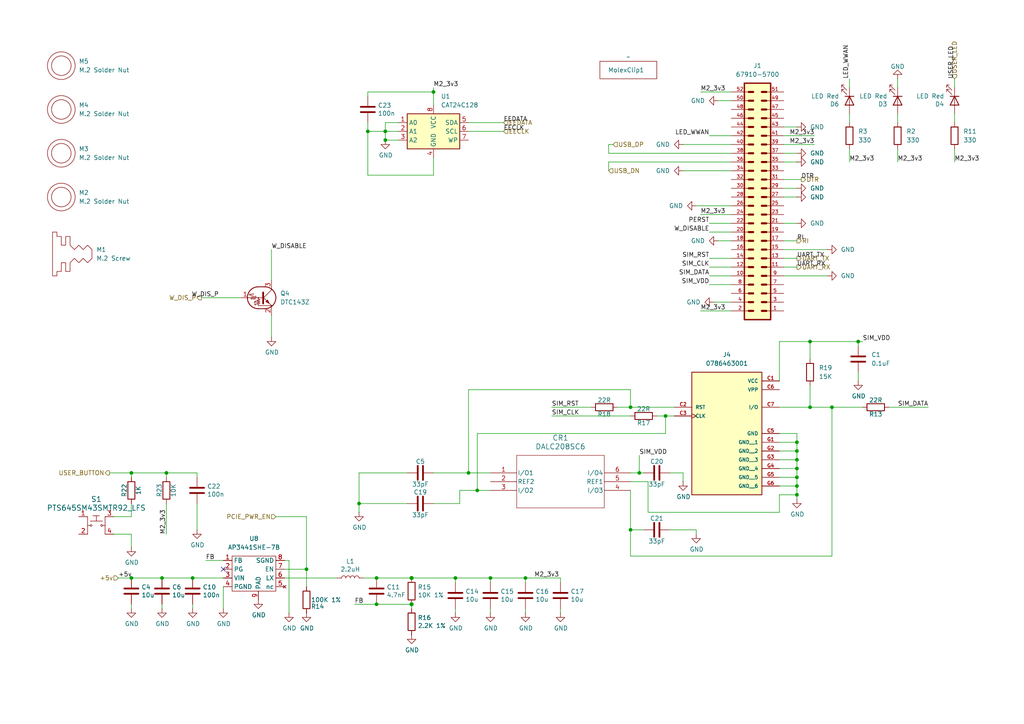
<source format=kicad_sch>
(kicad_sch (version 20250114) (generator "eeschema") (generator_version "9.0")
  (paper "A4")
  (title_block (title "Compute Module 5 IO Board ") (rev "1") (company "E-SMART SOLUTIONS") (comment 1 "Mostafa Bakir"))
  (lib_symbols
    (symbol "0786463001:0786463001" (pin_names (offset 1.016))
      (property "Reference" "J" (at -10.16 10.922 0))
      (property "Value" "0786463001" (at -10.16 -27.94 0))
      (symbol "0786463001_0_0"
        (pin input line (at -15.24 0 0) (length 5.08) (name "RST") (number "C2"))
        (pin input clock (at -15.24 -2.54 0) (length 5.08) (name "CLK") (number "C3"))
        (pin power_in line (at 15.24 7.62 180) (length 5.08) (name "VCC") (number "C1"))
        (pin power_in line (at 15.24 5.08 180) (length 5.08) (name "VPP") (number "C6"))
        (pin bidirectional line (at 15.24 0 180) (length 5.08) (name "I/O") (number "C7"))
        (pin power_in line (at 15.24 -7.62 180) (length 5.08) (name "GND") (number "C5"))
        (pin power_in line (at 15.24 -10.16 180) (length 5.08) (name "GND__1") (number "G1"))
        (pin power_in line (at 15.24 -12.7 180) (length 5.08) (name "GND__2") (number "G2"))
        (pin power_in line (at 15.24 -15.24 180) (length 5.08) (name "GND__3") (number "G3"))
        (pin power_in line (at 15.24 -17.78 180) (length 5.08) (name "GND__4") (number "G4"))
        (pin power_in line (at 15.24 -20.32 180) (length 5.08) (name "GND__5") (number "G5"))
        (pin power_in line (at 15.24 -22.86 180) (length 5.08) (name "GND__6") (number "G6"))
      )
    )
    (symbol "2025-04-18_20-29-10:DALC208SC6" (pin_names (offset 0.254))
      (property "Reference" "CR" (at 20.32 10.16 0))
      (property "Value" "DALC208SC6" (at 20.32 7.62 0))
      (symbol "DALC208SC6_0_1"
        (pin bidirectional line (at 0 0 0) (length 7.62) (name "I/O1") (number "1"))
        (pin unspecified line (at 0 -2.54 0) (length 7.62) (name "REF2") (number "2"))
        (pin bidirectional line (at 0 -5.08 0) (length 7.62) (name "I/O2") (number "3"))
        (pin bidirectional line (at 40.64 0 180) (length 7.62) (name "I/O4") (number "6"))
        (pin unspecified line (at 40.64 -2.54 180) (length 7.62) (name "REF1") (number "5"))
        (pin bidirectional line (at 40.64 -5.08 180) (length 7.62) (name "I/O3") (number "4"))
      )
    )
    (symbol "67910-5700:67910-5700" (pin_names (offset 1.016))
      (property "Reference" "J" (at -3.8196 33.867 0))
      (property "Value" "67910-5700" (at -3.8156 -38.1558 0))
      (symbol "67910-5700_0_0"
        (pin passive line (at -7.62 30.48 0) (length 5.08) (name "~") (number "52"))
        (pin passive line (at -7.62 27.94 0) (length 5.08) (name "~") (number "50"))
        (pin passive line (at -7.62 25.4 0) (length 5.08) (name "~") (number "48"))
        (pin passive line (at -7.62 22.86 0) (length 5.08) (name "~") (number "46"))
        (pin passive line (at -7.62 20.32 0) (length 5.08) (name "~") (number "44"))
        (pin passive line (at -7.62 17.78 0) (length 5.08) (name "~") (number "42"))
        (pin passive line (at -7.62 15.24 0) (length 5.08) (name "~") (number "40"))
        (pin passive line (at -7.62 12.7 0) (length 5.08) (name "~") (number "38"))
        (pin passive line (at -7.62 10.16 0) (length 5.08) (name "~") (number "36"))
        (pin passive line (at -7.62 7.62 0) (length 5.08) (name "~") (number "34"))
        (pin passive line (at -7.62 5.08 0) (length 5.08) (name "~") (number "32"))
        (pin passive line (at -7.62 2.54 0) (length 5.08) (name "~") (number "30"))
        (pin passive line (at -7.62 0 0) (length 5.08) (name "~") (number "28"))
        (pin passive line (at -7.62 -2.54 0) (length 5.08) (name "~") (number "26"))
        (pin passive line (at -7.62 -5.08 0) (length 5.08) (name "~") (number "24"))
        (pin passive line (at -7.62 -7.62 0) (length 5.08) (name "~") (number "22"))
        (pin passive line (at -7.62 -10.16 0) (length 5.08) (name "~") (number "20"))
        (pin passive line (at -7.62 -12.7 0) (length 5.08) (name "~") (number "18"))
        (pin passive line (at -7.62 -15.24 0) (length 5.08) (name "~") (number "16"))
        (pin passive line (at -7.62 -17.78 0) (length 5.08) (name "~") (number "14"))
        (pin passive line (at -7.62 -20.32 0) (length 5.08) (name "~") (number "12"))
        (pin passive line (at -7.62 -22.86 0) (length 5.08) (name "~") (number "10"))
        (pin passive line (at -7.62 -25.4 0) (length 5.08) (name "~") (number "8"))
        (pin passive line (at -7.62 -27.94 0) (length 5.08) (name "~") (number "6"))
        (pin passive line (at -7.62 -30.48 0) (length 5.08) (name "~") (number "4"))
        (pin passive line (at -7.62 -33.02 0) (length 5.08) (name "~") (number "2"))
        (pin passive line (at 7.62 30.48 180) (length 5.08) (name "~") (number "51"))
        (pin passive line (at 7.62 27.94 180) (length 5.08) (name "~") (number "49"))
        (pin passive line (at 7.62 25.4 180) (length 5.08) (name "~") (number "47"))
        (pin passive line (at 7.62 22.86 180) (length 5.08) (name "~") (number "45"))
        (pin passive line (at 7.62 20.32 180) (length 5.08) (name "~") (number "43"))
        (pin passive line (at 7.62 17.78 180) (length 5.08) (name "~") (number "41"))
        (pin passive line (at 7.62 15.24 180) (length 5.08) (name "~") (number "39"))
        (pin passive line (at 7.62 12.7 180) (length 5.08) (name "~") (number "37"))
        (pin passive line (at 7.62 10.16 180) (length 5.08) (name "~") (number "35"))
        (pin passive line (at 7.62 7.62 180) (length 5.08) (name "~") (number "33"))
        (pin passive line (at 7.62 5.08 180) (length 5.08) (name "~") (number "31"))
        (pin passive line (at 7.62 2.54 180) (length 5.08) (name "~") (number "29"))
        (pin passive line (at 7.62 0 180) (length 5.08) (name "~") (number "27"))
        (pin passive line (at 7.62 -2.54 180) (length 5.08) (name "~") (number "25"))
        (pin passive line (at 7.62 -5.08 180) (length 5.08) (name "~") (number "23"))
        (pin passive line (at 7.62 -7.62 180) (length 5.08) (name "~") (number "21"))
        (pin passive line (at 7.62 -10.16 180) (length 5.08) (name "~") (number "19"))
        (pin passive line (at 7.62 -12.7 180) (length 5.08) (name "~") (number "17"))
        (pin passive line (at 7.62 -15.24 180) (length 5.08) (name "~") (number "15"))
        (pin passive line (at 7.62 -17.78 180) (length 5.08) (name "~") (number "13"))
        (pin passive line (at 7.62 -20.32 180) (length 5.08) (name "~") (number "11"))
        (pin passive line (at 7.62 -22.86 180) (length 5.08) (name "~") (number "9"))
        (pin passive line (at 7.62 -25.4 180) (length 5.08) (name "~") (number "7"))
        (pin passive line (at 7.62 -27.94 180) (length 5.08) (name "~") (number "5"))
        (pin passive line (at 7.62 -30.48 180) (length 5.08) (name "~") (number "3"))
        (pin passive line (at 7.62 -33.02 180) (length 5.08) (name "~") (number "1"))
      )
    )
    (symbol "CM5IO:AP3441SHE-7B"
      (property "Reference" "U" (at -6.35 10.16 0))
      (property "Value" "AP3441SHE-7B" (at 0 7.62 0))
      (symbol "AP3441SHE-7B_1_1"
        (pin passive line (at -8.89 5.08 0) (length 2.54) (name "FB") (number "1"))
        (pin open_collector line (at -8.89 2.54 0) (length 2.54) (name "PG") (number "2"))
        (pin power_in line (at -8.89 0 0) (length 2.54) (name "VIN") (number "3"))
        (pin power_in line (at -8.89 -2.54 0) (length 2.54) (name "PGND") (number "4"))
        (pin input line (at 1.27 -6.35 90) (length 2.54) (name "PAD") (number "9"))
        (pin power_in line (at 8.89 5.08 180) (length 2.54) (name "SGND") (number "8"))
        (pin input line (at 8.89 2.54 180) (length 2.54) (name "EN") (number "7"))
        (pin power_out line (at 8.89 0 180) (length 2.54) (name "LX") (number "6"))
        (pin no_connect line (at 8.89 -2.54 180) (length 2.54) (name "nc") (number "5"))
      )
    )
    (symbol "CM5IO:M.2_Screw" (pin_numbers (hide yes)) (pin_names (offset 0) (hide yes)) (on_board no)
      (property "Reference" "M" (at -0.254 -6.35 0))
      (property "Value" "M.2 Screw" (at 0.254 -8.636 0))
    )
    (symbol "CM5IO:SolderNut" (pin_numbers (hide yes)) (pin_names (offset 0) (hide yes)) (exclude_from_sim yes) (on_board no)
      (property "Reference" "M" (at -6.35 -3.556 0))
      (property "Value" "M.2 Solder Nut" (at 0.254 -5.842 0))
    )
    (symbol "Device:C" (pin_numbers (hide yes)) (pin_names (offset 0.254))
      (property "Reference" "C" (at 0.635 2.54 0))
      (property "Value" "C" (at 0.635 -2.54 0))
      (symbol "C_1_1"
        (pin passive line (at 0 3.81 270) (length 2.794) (name "~") (number "1"))
        (pin passive line (at 0 -3.81 90) (length 2.794) (name "~") (number "2"))
      )
    )
    (symbol "Device:L" (pin_numbers (hide yes)) (pin_names (offset 1.016) (hide yes))
      (property "Reference" "L" (at -1.27 0 90))
      (property "Value" "L" (at 1.905 0 90))
      (symbol "L_1_1"
        (pin passive line (at 0 3.81 270) (length 1.27) (name "1") (number "1"))
        (pin passive line (at 0 -3.81 90) (length 1.27) (name "2") (number "2"))
      )
    )
    (symbol "Device:R" (pin_numbers (hide yes)) (pin_names (offset 0))
      (property "Reference" "R" (at 2.032 0 90))
      (property "Value" "R" (at 0 0 90))
      (symbol "R_1_1"
        (pin passive line (at 0 3.81 270) (length 1.27) (name "~") (number "1"))
        (pin passive line (at 0 -3.81 90) (length 1.27) (name "~") (number "2"))
      )
    )
    (symbol "Interface:C492353"
      (property "Reference" "MolexClip" (at 0 0 0))
    )
    (symbol "LED_1" (pin_numbers (hide yes)) (pin_names (offset 1.016) (hide yes))
      (property "Reference" "D" (at 0 2.54 0))
      (property "Value" "LED" (at 0 -2.54 0))
      (symbol "LED_1_1_1"
        (pin passive line (at -3.81 0 0) (length 2.54) (name "K") (number "1"))
        (pin passive line (at 3.81 0 180) (length 2.54) (name "A") (number "2"))
      )
    )
    (symbol "Memory_EEPROM:CAT24C128"
      (property "Reference" "U" (at -6.35 6.35 0))
      (property "Value" "CAT24C128" (at 1.27 6.35 0))
      (symbol "CAT24C128_1_1"
        (pin input line (at -10.16 2.54 0) (length 2.54) (name "A0") (number "1"))
        (pin input line (at -10.16 0 0) (length 2.54) (name "A1") (number "2"))
        (pin input line (at -10.16 -2.54 0) (length 2.54) (name "A2") (number "3"))
        (pin power_in line (at 0 7.62 270) (length 2.54) (name "VCC") (number "8"))
        (pin power_in line (at 0 -7.62 90) (length 2.54) (name "GND") (number "4"))
        (pin bidirectional line (at 10.16 2.54 180) (length 2.54) (name "SDA") (number "5"))
        (pin input line (at 10.16 0 180) (length 2.54) (name "SCL") (number "6"))
        (pin input line (at 10.16 -2.54 180) (length 2.54) (name "WP") (number "7"))
      )
    )
    (symbol "Transistor_BJT:DTC143Z" (pin_names (offset 0) (hide yes))
      (property "Reference" "Q" (at 5.08 1.905 0))
      (property "Value" "DTC143Z" (at 5.08 0 0))
      (symbol "DTC143Z_0_0"
        (text "4k7" (at -3.302 0.889 0) (effects (font (size 0.508 0.508))))
        (text "47k" (at -2.159 -1.524 900) (effects (font (size 0.508 0.508))))
      )
      (symbol "DTC143Z_1_1"
        (pin input line (at -6.35 0 0) (length 2.54) (name "B") (number "1"))
        (pin passive line (at 2.54 5.08 270) (length 2.54) (name "C") (number "3"))
        (pin passive line (at 2.54 -5.08 90) (length 2.54) (name "E") (number "2"))
      )
    )
    (symbol "dk_Tactile-Switches:PTS645SM43SMTR92_LFS" (pin_names (offset 1.016))
      (property "Reference" "S" (at 0 5.08 0))
      (property "Value" "PTS645SM43SMTR92_LFS" (at 0 -5.334 0))
      (symbol "PTS645SM43SMTR92_LFS_1_1"
        (pin passive line (at -5.08 2.54 0) (length 2.54) (name "~") (number "1"))
        (pin passive line (at -5.08 -2.54 0) (length 2.54) (name "~") (number "2"))
        (pin passive line (at 5.08 2.54 180) (length 2.54) (name "~") (number "3"))
        (pin passive line (at 5.08 -2.54 180) (length 2.54) (name "~") (number "4"))
      )
    )
    (symbol "power:GND" (power) (pin_numbers (hide yes)) (pin_names (offset 0) (hide yes))
      (property "Value" "GND" (at 0 -3.81 0))
      (symbol "GND_1_1"
        (pin power_in line (at 0 0 270) (length 0) (name "~") (number "1"))
      )
    )
  )
  (junction (at 231.14 140.97))
  (junction (at 231.14 143.51))
  (junction (at 234.95 99.06))
  (junction (at 55.88 167.64))
  (junction (at 119.38 175.26) (diameter 1.016))
  (junction (at 193.04 120.65))
  (junction (at 38.1 137.16))
  (junction (at 135.89 137.16))
  (junction (at 125.73 26.67))
  (junction (at 104.14 146.05))
  (junction (at 109.22 167.64))
  (junction (at 46.99 167.64))
  (junction (at 132.08 167.64))
  (junction (at 88.9 165.1))
  (junction (at 38.1 167.64))
  (junction (at 142.24 167.64))
  (junction (at 231.14 133.35))
  (junction (at 241.3 118.11))
  (junction (at 138.43 142.24))
  (junction (at 231.14 135.89))
  (junction (at 182.88 118.11))
  (junction (at 185.42 137.16))
  (junction (at 109.22 175.26))
  (junction (at 248.92 99.06))
  (junction (at 106.68 38.1))
  (junction (at 182.88 153.67))
  (junction (at 234.95 118.11))
  (junction (at 111.76 38.1))
  (junction (at 48.26 137.16))
  (junction (at 152.4 167.64))
  (junction (at 231.14 128.27))
  (junction (at 119.38 167.64) (diameter 1.016))
  (junction (at 231.14 138.43))
  (junction (at 231.14 130.81))
  (junction (at 111.76 40.64))
  (no_connect (at 64.77 165.1))
  (wire (pts (xy 227.33 44.45) (xy 231.14 44.45)))
  (wire (pts (xy 241.3 118.11) (xy 250.19 118.11)))
  (wire (pts (xy 160.02 120.65) (xy 182.88 120.65)))
  (wire (pts (xy 135.89 113.03) (xy 135.89 137.16)))
  (wire (pts (xy 276.86 43.18) (xy 276.86 46.99)))
  (wire (pts (xy 105.41 167.64) (xy 109.22 167.64)))
  (wire (pts (xy 125.73 26.67) (xy 125.73 30.48)))
  (wire (pts (xy 227.33 46.99) (xy 231.14 46.99)))
  (wire (pts (xy 48.26 146.05) (xy 48.26 154.94)))
  (wire (pts (xy 109.22 167.64) (xy 119.38 167.64)))
  (wire (pts (xy 205.74 74.93) (xy 212.09 74.93)))
  (wire (pts (xy 248.92 107.95) (xy 248.92 110.49)))
  (wire (pts (xy 198.12 137.16) (xy 198.12 139.7)))
  (wire (pts (xy 231.14 133.35) (xy 231.14 135.89)))
  (wire (pts (xy 142.24 167.64) (xy 152.4 167.64)))
  (wire (pts (xy 88.9 165.1) (xy 88.9 170.18)))
  (wire (pts (xy 152.4 167.64) (xy 162.56 167.64)))
  (wire (pts (xy 257.81 118.11) (xy 269.24 118.11)))
  (wire (pts (xy 38.1 154.94) (xy 38.1 158.75)))
  (wire (pts (xy 227.33 77.47) (xy 231.14 77.47)))
  (wire (pts (xy 111.76 35.56) (xy 111.76 38.1)))
  (wire (pts (xy 59.69 162.56) (xy 64.77 162.56)))
  (wire (pts (xy 177.8 41.91) (xy 176.53 41.91)))
  (wire (pts (xy 241.3 118.11) (xy 241.3 161.29)))
  (wire (pts (xy 236.22 41.91) (xy 227.33 41.91)))
  (wire (pts (xy 234.95 99.06) (xy 234.95 104.14)))
  (wire (pts (xy 78.74 91.44) (xy 78.74 97.79)))
  (wire (pts (xy 111.76 40.64) (xy 115.57 40.64)))
  (wire (pts (xy 55.88 175.26) (xy 55.88 176.53)))
  (wire (pts (xy 194.31 153.67) (xy 201.93 153.67)))
  (wire (pts (xy 227.33 80.01) (xy 240.03 80.01)))
  (wire (pts (xy 48.26 137.16) (xy 48.26 138.43)))
  (wire (pts (xy 208.28 69.85) (xy 212.09 69.85)))
  (wire (pts (xy 57.15 137.16) (xy 57.15 138.43)))
  (wire (pts (xy 176.53 41.91) (xy 176.53 44.45)))
  (wire (pts (xy 226.06 99.06) (xy 234.95 99.06)))
  (wire (pts (xy 46.99 167.64) (xy 55.88 167.64)))
  (wire (pts (xy 227.33 36.83) (xy 231.14 36.83)))
  (wire (pts (xy 205.74 80.01) (xy 212.09 80.01)))
  (wire (pts (xy 160.02 118.11) (xy 171.45 118.11)))
  (wire (pts (xy 82.55 165.1) (xy 88.9 165.1)))
  (wire (pts (xy 194.31 137.16) (xy 198.12 137.16)))
  (wire (pts (xy 132.08 167.64) (xy 142.24 167.64)))
  (wire (pts (xy 236.22 39.37) (xy 227.33 39.37)))
  (wire (pts (xy 176.53 44.45) (xy 212.09 44.45)))
  (wire (pts (xy 207.01 87.63) (xy 212.09 87.63)))
  (wire (pts (xy 231.14 143.51) (xy 231.14 144.78)))
  (wire (pts (xy 227.33 54.61) (xy 231.14 54.61)))
  (wire (pts (xy 34.29 167.64) (xy 38.1 167.64)))
  (wire (pts (xy 226.06 133.35) (xy 231.14 133.35)))
  (wire (pts (xy 133.35 142.24) (xy 133.35 146.05)))
  (wire (pts (xy 152.4 167.64) (xy 152.4 168.91)))
  (wire (pts (xy 227.33 69.85) (xy 231.14 69.85)))
  (wire (pts (xy 125.73 50.8) (xy 106.68 50.8)))
  (wire (pts (xy 226.06 138.43) (xy 231.14 138.43)))
  (wire (pts (xy 182.88 113.03) (xy 135.89 113.03)))
  (wire (pts (xy 106.68 38.1) (xy 111.76 38.1)))
  (wire (pts (xy 208.28 29.21) (xy 212.09 29.21)))
  (wire (pts (xy 227.33 57.15) (xy 231.14 57.15)))
  (wire (pts (xy 119.38 167.64) (xy 132.08 167.64)))
  (wire (pts (xy 152.4 176.53) (xy 152.4 177.8)))
  (wire (pts (xy 125.73 26.67) (xy 106.68 26.67)))
  (wire (pts (xy 187.96 148.59) (xy 226.06 148.59)))
  (wire (pts (xy 133.35 146.05) (xy 125.73 146.05)))
  (wire (pts (xy 104.14 137.16) (xy 104.14 146.05)))
  (wire (pts (xy 203.2 90.17) (xy 212.09 90.17)))
  (wire (pts (xy 231.14 138.43) (xy 231.14 140.97)))
  (wire (pts (xy 78.74 72.39) (xy 78.74 81.28)))
  (wire (pts (xy 246.38 43.18) (xy 246.38 46.99)))
  (wire (pts (xy 125.73 45.72) (xy 125.73 50.8)))
  (wire (pts (xy 82.55 167.64) (xy 97.79 167.64)))
  (wire (pts (xy 104.14 146.05) (xy 118.11 146.05)))
  (wire (pts (xy 276.86 33.02) (xy 276.86 35.56)))
  (wire (pts (xy 182.88 137.16) (xy 185.42 137.16)))
  (wire (pts (xy 176.53 46.99) (xy 176.53 49.53)))
  (wire (pts (xy 135.89 137.16) (xy 142.24 137.16)))
  (wire (pts (xy 182.88 142.24) (xy 182.88 153.67)))
  (wire (pts (xy 38.1 149.86) (xy 33.02 149.86)))
  (wire (pts (xy 31.75 137.16) (xy 38.1 137.16)))
  (wire (pts (xy 135.89 35.56) (xy 146.05 35.56)))
  (wire (pts (xy 38.1 137.16) (xy 48.26 137.16)))
  (wire (pts (xy 231.14 135.89) (xy 231.14 138.43)))
  (wire (pts (xy 138.43 142.24) (xy 138.43 125.73)))
  (wire (pts (xy 226.06 128.27) (xy 231.14 128.27)))
  (wire (pts (xy 106.68 26.67) (xy 106.68 27.94)))
  (wire (pts (xy 182.88 139.7) (xy 187.96 139.7)))
  (wire (pts (xy 205.74 39.37) (xy 212.09 39.37)))
  (wire (pts (xy 111.76 38.1) (xy 115.57 38.1)))
  (wire (pts (xy 260.35 43.18) (xy 260.35 46.99)))
  (wire (pts (xy 205.74 67.31) (xy 212.09 67.31)))
  (wire (pts (xy 241.3 161.29) (xy 182.88 161.29)))
  (wire (pts (xy 55.88 167.64) (xy 64.77 167.64)))
  (wire (pts (xy 182.88 161.29) (xy 182.88 153.67)))
  (wire (pts (xy 276.86 22.86) (xy 276.86 25.4)))
  (wire (pts (xy 185.42 132.08) (xy 185.42 137.16)))
  (wire (pts (xy 231.14 130.81) (xy 231.14 133.35)))
  (wire (pts (xy 234.95 111.76) (xy 234.95 118.11)))
  (wire (pts (xy 227.33 74.93) (xy 231.14 74.93)))
  (wire (pts (xy 226.06 135.89) (xy 231.14 135.89)))
  (wire (pts (xy 135.89 38.1) (xy 146.05 38.1)))
  (wire (pts (xy 88.9 149.86) (xy 88.9 165.1)))
  (wire (pts (xy 125.73 137.16) (xy 135.89 137.16)))
  (wire (pts (xy 109.22 175.26) (xy 119.38 175.26)))
  (wire (pts (xy 106.68 50.8) (xy 106.68 38.1)))
  (wire (pts (xy 182.88 118.11) (xy 182.88 113.03)))
  (wire (pts (xy 231.14 125.73) (xy 231.14 128.27)))
  (wire (pts (xy 226.06 118.11) (xy 234.95 118.11)))
  (wire (pts (xy 38.1 175.26) (xy 38.1 176.53)))
  (wire (pts (xy 227.33 52.07) (xy 232.41 52.07)))
  (wire (pts (xy 226.06 143.51) (xy 231.14 143.51)))
  (wire (pts (xy 132.08 168.91) (xy 132.08 167.64)))
  (wire (pts (xy 104.14 148.59) (xy 104.14 146.05)))
  (wire (pts (xy 227.33 72.39) (xy 240.03 72.39)))
  (wire (pts (xy 38.1 137.16) (xy 38.1 138.43)))
  (wire (pts (xy 115.57 35.56) (xy 111.76 35.56)))
  (wire (pts (xy 57.15 146.05) (xy 57.15 153.67)))
  (wire (pts (xy 187.96 139.7) (xy 187.96 148.59)))
  (wire (pts (xy 190.5 120.65) (xy 193.04 120.65)))
  (wire (pts (xy 231.14 140.97) (xy 231.14 143.51)))
  (wire (pts (xy 58.42 86.36) (xy 69.85 86.36)))
  (wire (pts (xy 118.11 137.16) (xy 104.14 137.16)))
  (wire (pts (xy 201.93 153.67) (xy 201.93 154.94)))
  (wire (pts (xy 82.55 162.56) (xy 83.82 162.56)))
  (wire (pts (xy 106.68 35.56) (xy 106.68 38.1)))
  (wire (pts (xy 176.53 46.99) (xy 212.09 46.99)))
  (wire (pts (xy 193.04 120.65) (xy 193.04 125.73)))
  (wire (pts (xy 179.07 118.11) (xy 182.88 118.11)))
  (wire (pts (xy 231.14 128.27) (xy 231.14 130.81)))
  (wire (pts (xy 226.06 125.73) (xy 231.14 125.73)))
  (wire (pts (xy 260.35 22.86) (xy 260.35 25.4)))
  (wire (pts (xy 33.02 154.94) (xy 38.1 154.94)))
  (wire (pts (xy 38.1 167.64) (xy 46.99 167.64)))
  (wire (pts (xy 125.73 25.4) (xy 125.73 26.67)))
  (wire (pts (xy 234.95 118.11) (xy 241.3 118.11)))
  (wire (pts (xy 182.88 153.67) (xy 186.69 153.67)))
  (wire (pts (xy 227.33 64.77) (xy 231.14 64.77)))
  (wire (pts (xy 226.06 148.59) (xy 226.06 143.51)))
  (wire (pts (xy 234.95 99.06) (xy 248.92 99.06)))
  (wire (pts (xy 142.24 167.64) (xy 142.24 168.91)))
  (wire (pts (xy 80.01 149.86) (xy 88.9 149.86)))
  (wire (pts (xy 142.24 142.24) (xy 138.43 142.24)))
  (wire (pts (xy 46.99 175.26) (xy 46.99 176.53)))
  (wire (pts (xy 185.42 137.16) (xy 186.69 137.16)))
  (wire (pts (xy 248.92 99.06) (xy 248.92 100.33)))
  (wire (pts (xy 132.08 177.8) (xy 132.08 176.53)))
  (wire (pts (xy 205.74 77.47) (xy 212.09 77.47)))
  (wire (pts (xy 162.56 176.53) (xy 162.56 177.8)))
  (wire (pts (xy 138.43 142.24) (xy 133.35 142.24)))
  (wire (pts (xy 64.77 176.53) (xy 64.77 170.18)))
  (wire (pts (xy 182.88 118.11) (xy 195.58 118.11)))
  (wire (pts (xy 248.92 99.06) (xy 250.19 99.06)))
  (wire (pts (xy 162.56 167.64) (xy 162.56 168.91)))
  (wire (pts (xy 142.24 176.53) (xy 142.24 177.8)))
  (wire (pts (xy 203.2 62.23) (xy 212.09 62.23)))
  (wire (pts (xy 231.14 140.97) (xy 226.06 140.97)))
  (wire (pts (xy 260.35 33.02) (xy 260.35 35.56)))
  (wire (pts (xy 198.12 49.53) (xy 212.09 49.53)))
  (wire (pts (xy 48.26 137.16) (xy 57.15 137.16)))
  (wire (pts (xy 119.38 176.53) (xy 119.38 175.26)))
  (wire (pts (xy 246.38 33.02) (xy 246.38 35.56)))
  (wire (pts (xy 205.74 64.77) (xy 212.09 64.77)))
  (wire (pts (xy 205.74 82.55) (xy 212.09 82.55)))
  (wire (pts (xy 226.06 130.81) (xy 231.14 130.81)))
  (wire (pts (xy 201.93 59.69) (xy 212.09 59.69)))
  (wire (pts (xy 138.43 125.73) (xy 193.04 125.73)))
  (wire (pts (xy 102.87 175.26) (xy 109.22 175.26)))
  (wire (pts (xy 198.12 41.91) (xy 212.09 41.91)))
  (wire (pts (xy 246.38 22.86) (xy 246.38 25.4)))
  (wire (pts (xy 193.04 120.65) (xy 195.58 120.65)))
  (wire (pts (xy 111.76 38.1) (xy 111.76 40.64)))
  (wire (pts (xy 83.82 162.56) (xy 83.82 177.8)))
  (wire (pts (xy 38.1 146.05) (xy 38.1 149.86)))
  (wire (pts (xy 226.06 99.06) (xy 226.06 110.49)))
  (wire (pts (xy 203.2 26.67) (xy 212.09 26.67)))
  (label "SIM_VDD" (at 185.42 132.08 0))
  (label "UART_TX" (at 231.14 74.93 0))
  (label "M2_3v3" (at 203.2 90.17 0))
  (label "M2_3v3" (at 154.94 167.64 0))
  (label "PERST" (at 205.74 64.77 180))
  (label "+5v" (at 34.29 167.64 0))
  (label "SIM_RST" (at 205.74 74.93 180))
  (label "M2_3v3" (at 236.22 41.91 180))
  (label "SIM_VDD" (at 205.74 82.55 180))
  (label "LED_WWAN" (at 246.38 22.86 90))
  (label "SIM_DATA" (at 269.24 118.11 180))
  (label "M2_3v3" (at 236.22 39.37 180))
  (label "SIM_CLK" (at 205.74 77.47 180))
  (label "FB" (at 59.69 162.56 0))
  (label "M2_3v3" (at 203.2 62.23 0))
  (label "M2_3v3" (at 203.2 26.67 0))
  (label "SIM_VDD" (at 250.19 99.06 0))
  (label "UART_RX" (at 231.14 77.47 0))
  (label "M2_3v3" (at 125.73 25.4 0))
  (label "SIM_CLK" (at 160.02 120.65 0))
  (label "EECLK" (at 146.05 38.1 0))
  (label "DTR" (at 232.41 52.07 0))
  (label "LED_WWAN" (at 205.74 39.37 180))
  (label "M2_3v3" (at 260.35 46.99 0))
  (label "USER_LED" (at 276.86 22.86 90))
  (label "M2_3v3" (at 246.38 46.99 0))
  (label "W_DIS_P" (at 63.5 86.36 180))
  (label "M2_3v3" (at 276.86 46.99 0))
  (label "EEDATA" (at 146.05 35.56 0))
  (label "W_DISABLE" (at 78.74 72.39 0))
  (label "W_DISABLE" (at 205.74 67.31 180))
  (label "FB" (at 102.87 175.26 0))
  (label "M2_3v3" (at 48.26 154.94 90))
  (label "SIM_DATA" (at 205.74 80.01 180))
  (label "RI" (at 231.14 69.85 0))
  (label "SIM_RST" (at 160.02 118.11 0))
  (hierarchical_label "W_DIS_P" (shape output) (at 58.42 86.36 180))
  (hierarchical_label "UART_RX" (shape output) (at 231.14 77.47 0))
  (hierarchical_label "USB_DN" (shape input) (at 176.53 49.53 0))
  (hierarchical_label "EECLK" (shape input) (at 146.05 38.1 0))
  (hierarchical_label "EEDATA" (shape input) (at 146.05 35.56 0))
  (hierarchical_label "USB_DP" (shape input) (at 177.8 41.91 0))
  (hierarchical_label "USER_BUTTON" (shape output) (at 31.75 137.16 180))
  (hierarchical_label "PCIE_PWR_EN" (shape input) (at 80.01 149.86 180))
  (hierarchical_label "UART_TX" (shape output) (at 231.14 74.93 0))
  (hierarchical_label "+5v" (shape input) (at 34.29 167.64 180))
  (hierarchical_label "RI" (shape output) (at 231.14 69.85 0))
  (hierarchical_label "DTR" (shape output) (at 232.41 52.07 0))
  (hierarchical_label "USER_LED" (shape input) (at 276.86 22.86 90))
  (symbol (lib_id "power:GND") (at 38.1 158.75 0) (unit 1)
    (property "Reference" "#PWR051" (effects (hide yes)))
    (property "Value" "GND" (at 38.227 163.1442 0))
    (property "Description" "Power symbol creates a global label with name \"GND\" , ground" (effects (hide yes)))
  )
  (symbol (lib_id "Device:C") (at 152.4 172.72 0) (unit 1)
    (property "Reference" "C16" (at 155.321 171.5516 0) (effects (justify left)))
    (property "Value" "10u" (at 155.321 173.863 0) (effects (justify left)))
    (property "Footprint" "Capacitor_SMD:C_0805_2012Metric" (effects (hide yes)))
    (property "Datasheet" "https://search.murata.co.jp/Ceramy/image/img/A01X/G101/ENG/GRM21BR71A106KA73-01.pdf" (effects (hide yes)))
    (property "Field4" "Digikey" (effects (hide yes)))
    (property "Field5" "490-14381-1-ND" (effects (hide yes)))
    (property "Field6" "GRM21BR71A106KA73L" (effects (hide yes)))
    (property "Field7" "Murata" (effects (hide yes)))
    (property "Field8" "111893011" (effects (hide yes)))
    (property "Part Description" "	10uF 10% 10V Ceramic Capacitor X7R 0805 (2012 Metric)" (effects (hide yes)))
  )
  (symbol (lib_id "power:GND") (at 152.4 177.8 0) (unit 1)
    (property "Reference" "#PWR018" (effects (hide yes)))
    (property "Value" "GND" (at 152.527 182.1942 0))
    (property "Description" "Power symbol creates a global label with name \"GND\" , ground" (effects (hide yes)))
  )
  (symbol (lib_id "Device:C") (at 46.99 171.45 0) (unit 1)
    (property "Reference" "C6" (at 49.911 170.2816 0) (effects (justify left)))
    (property "Value" "10u" (at 49.911 172.593 0) (effects (justify left)))
    (property "Footprint" "Capacitor_SMD:C_0805_2012Metric" (effects (hide yes)))
    (property "Datasheet" "https://search.murata.co.jp/Ceramy/image/img/A01X/G101/ENG/GRM21BR71A106KA73-01.pdf" (effects (hide yes)))
    (property "Field4" "Digikey" (effects (hide yes)))
    (property "Field5" "490-14381-1-ND" (effects (hide yes)))
    (property "Field6" "GRM21BR71A106KA73L" (effects (hide yes)))
    (property "Field7" "Murata" (effects (hide yes)))
    (property "Field8" "111893011" (effects (hide yes)))
    (property "Part Description" "	10uF 10% 10V Ceramic Capacitor X7R 0805 (2012 Metric)" (effects (hide yes)))
  )
  (symbol (lib_id "power:GND") (at 248.92 110.49 0) (unit 1)
    (property "Reference" "#PWR045" (effects (hide yes)))
    (property "Value" "GND" (at 249.047 114.8842 0))
    (property "Description" "Power symbol creates a global label with name \"GND\" , ground" (effects (hide yes)))
  )
  (symbol (lib_id "Device:R") (at 234.95 107.95 0) (unit 1)
    (property "Reference" "R19" (at 237.49 106.6799 0) (effects (justify left)))
    (property "Value" "15K" (at 237.49 109.2199 0) (effects (justify left)))
    (property "Footprint" "Resistor_SMD:R_0603_1608Metric" (effects (hide yes)))
    (property "Description" "Resistor" (effects (hide yes)))
  )
  (symbol (lib_name "LED_1") (lib_id "Device:LED") (at 276.86 29.21 270) (unit 1)
    (property "Reference" "D4" (at 273.8882 30.2006 90) (effects (justify right)))
    (property "Value" "LED Red" (at 273.8882 27.8892 90) (effects (justify right)))
    (property "Footprint" "LED_SMD:LED_0603_1608Metric" (effects (hide yes)))
    (property "Datasheet" "http://optoelectronics.liteon.com/upload/download/DS22-2000-210/LTST-S270KRKT.pdf" (effects (hide yes)))
    (property "Field4" "Digikey " (effects (hide yes)))
    (property "Field5" "	LTST-S270KRKT" (effects (hide yes)))
    (property "Field6" "SML-A12U8TT86Q" (effects (hide yes)))
    (property "Field7" "Rohm" (effects (hide yes)))
    (property "Field8" "650295101" (effects (hide yes)))
    (property "Part Description" "	Red 620nm LED Indication - Discrete 2.2V 2-SMD, No Lead" (effects (hide yes)))
  )
  (symbol (lib_id "power:GND") (at 231.14 64.77 90) (unit 1)
    (property "Reference" "#PWR026" (effects (hide yes)))
    (property "Value" "GND" (at 234.95 64.7699 90) (effects (justify right)))
    (property "Description" "Power symbol creates a global label with name \"GND\" , ground" (effects (hide yes)))
  )
  (symbol (lib_id "0786463001:0786463001") (at 210.82 118.11 0) (unit 1)
    (property "Reference" "J4" (at 210.82 102.87 0))
    (property "Value" "0786463001" (at 210.82 105.41 0))
    (property "Footprint" "0786463001:MOLEX_0786463001" (effects (hide yes)))
    (property "PARTREV" "C1" (effects (hide yes)))
    (property "SNAPEDA_PN" "0786463001" (effects (hide yes)))
    (property "STANDARD" "Manufacturer Recommendations" (effects (hide yes)))
    (property "MAXIMUM_PACKAGE_HEIGHT" "1.55 mm" (effects (hide yes)))
    (property "MANUFACTURER" "Molex" (effects (hide yes)))
  )
  (symbol (lib_id "power:GND") (at 240.03 72.39 90) (unit 1)
    (property "Reference" "#PWR025" (effects (hide yes)))
    (property "Value" "GND" (at 243.84 72.3899 90) (effects (justify right)))
    (property "Description" "Power symbol creates a global label with name \"GND\" , ground" (effects (hide yes)))
  )
  (symbol (lib_id "67910-5700:67910-5700") (at 219.71 57.15 0) (unit 1)
    (property "Reference" "J1" (at 219.71 19.05 0))
    (property "Value" "67910-5700" (at 219.71 21.59 0))
    (property "Footprint" "0679105700:MOLEX_67910-5700" (effects (hide yes)))
    (property "MANUFACTURER" "Molex, LLC" (effects (hide yes)))
  )
  (symbol (lib_id "Transistor_BJT:DTC143Z") (at 76.2 86.36 0) (unit 1)
    (property "Reference" "Q4" (at 81.28 85.0899 0) (effects (justify left)))
    (property "Value" "DTC143Z" (at 81.28 87.6299 0) (effects (justify left)))
    (property "Footprint" "Package_TO_SOT_THT:TO-92L_Inline_Wide" (effects (hide yes)))
    (property "Description" "Digital NPN Transistor, 4k7/47k, SOT-23" (effects (hide yes)))
  )
  (symbol (lib_id "power:GND") (at 46.99 176.53 0) (unit 1)
    (property "Reference" "#PWR021" (effects (hide yes)))
    (property "Value" "GND" (at 47.117 180.9242 0))
    (property "Description" "Power symbol creates a global label with name \"GND\" , ground" (effects (hide yes)))
  )
  (symbol (lib_id "power:GND") (at 201.93 59.69 270) (unit 1)
    (property "Reference" "#PWR035" (effects (hide yes)))
    (property "Value" "GND" (at 198.12 59.6899 90) (effects (justify right)))
    (property "Description" "Power symbol creates a global label with name \"GND\" , ground" (effects (hide yes)))
  )
  (symbol (lib_id "power:GND") (at 78.74 97.79 0) (unit 1)
    (property "Reference" "#PWR053" (effects (hide yes)))
    (property "Value" "GND" (at 78.867 102.1842 0))
    (property "Description" "Power symbol creates a global label with name \"GND\" , ground" (effects (hide yes)))
  )
  (symbol (lib_id "power:GND") (at 162.56 177.8 0) (unit 1)
    (property "Reference" "#PWR024" (effects (hide yes)))
    (property "Value" "GND" (at 162.687 182.1942 0))
    (property "Description" "Power symbol creates a global label with name \"GND\" , ground" (effects (hide yes)))
  )
  (symbol (lib_id "Device:C") (at 121.92 137.16 90) (unit 1)
    (property "Reference" "C5" (at 121.92 133.858 90))
    (property "Value" "33pF" (at 121.92 140.462 90))
    (property "Footprint" "Capacitor_SMD:C_0603_1608Metric" (effects (hide yes)))
    (property "Description" "Unpolarized capacitor" (effects (hide yes)))
  )
  (symbol (lib_id "Device:R") (at 254 118.11 90) (unit 1)
    (property "Reference" "R13" (at 254 120.142 90))
    (property "Value" "22R" (at 254 116.078 90))
    (property "Footprint" "Resistor_SMD:R_0603_1608Metric" (effects (hide yes)))
    (property "Description" "Resistor" (effects (hide yes)))
  )
  (symbol (lib_id "CM5IO:SolderNut") (at 17.78 44.45 0) (unit 1) (exclude_from_sim yes) (on_board no)
    (property "Reference" "M3" (at 22.86 43.1799 0) (effects (justify left)))
    (property "Value" "M.2 Solder Nut" (at 22.86 45.7199 0) (effects (justify left)))
    (property "Part Description" "Solder nut for M.2 slot" (effects (hide yes)))
  )
  (symbol (lib_id "power:GND") (at 111.76 40.64 0) (unit 1)
    (property "Reference" "#PWR055" (effects (hide yes)))
    (property "Value" "GND" (at 111.887 45.0342 0))
    (property "Description" "Power symbol creates a global label with name \"GND\" , ground" (effects (hide yes)))
  )
  (symbol (lib_id "Device:L") (at 101.6 167.64 90) (unit 1)
    (property "Reference" "L1" (at 101.6 162.814 90))
    (property "Value" "2.2uH" (at 101.6 165.1254 90))
    (property "Footprint" "CM5IO:L_Bourns_SRP5030CC" (effects (hide yes)))
    (property "Datasheet" "https://www.bourns.com/docs/product-datasheets/srp5030cc.pdf" (effects (hide yes)))
    (property "Field6" "SRP5030CC-2R2M" (effects (hide yes)))
    (property "Field7" "Bourns" (effects (hide yes)))
    (property "Part Description" "Inductor, SMT, 2520, 2u2, IRMS=7A, ISAT=8A, DCR=0.032R" (effects (hide yes)))
    (property "Field5" "SRP5030CC-2R2M" (effects (hide yes)))
  )
  (symbol (lib_id "power:GND") (at 208.28 29.21 270) (unit 1)
    (property "Reference" "#PWR038" (effects (hide yes)))
    (property "Value" "GND" (at 204.47 29.2099 90) (effects (justify right)))
    (property "Description" "Power symbol creates a global label with name \"GND\" , ground" (effects (hide yes)))
  )
  (symbol (lib_id "power:GND") (at 64.77 176.53 0) (unit 1)
    (property "Reference" "#PWR022" (effects (hide yes)))
    (property "Value" "GND" (at 64.897 180.9242 0))
    (property "Description" "Power symbol creates a global label with name \"GND\" , ground" (effects (hide yes)))
  )
  (symbol (lib_id "Device:R") (at 119.38 171.45 0) (unit 1)
    (property "Reference" "R15" (at 121.158 170.2816 0) (effects (justify left)))
    (property "Value" "10K 1%" (at 121.158 172.593 0) (effects (justify left)))
    (property "Footprint" "Resistor_SMD:R_0402_1005Metric" (effects (hide yes)))
    (property "Datasheet" "https://fscdn.rohm.com/en/products/databook/datasheet/passive/resistor/chip_resistor/mcr-e.pdf" (effects (hide yes)))
    (property "Field4" "Farnell" (effects (hide yes)))
    (property "Field7" "Rohm" (effects (hide yes)))
    (property "Field6" "MCR01MZPF1002" (effects (hide yes)))
    (property "Part Description" "Resistor 10K M1005 1% 63mW" (effects (hide yes)))
  )
  (symbol (lib_id "2025-04-18_20-29-10:DALC208SC6") (at 142.24 137.16 0) (unit 1)
    (property "Reference" "CR1" (at 162.56 127 0) (effects (font (size 1.524 1.524))))
    (property "Value" "DALC208SC6" (at 162.56 129.54 0) (effects (font (size 1.524 1.524))))
    (property "Footprint" "digikey-footprints:SOT23-6L" (effects (hide yes)))
    (property "Datasheet" "DALC208SC6" (effects (hide yes)))
  )
  (symbol (lib_id "Device:C") (at 190.5 137.16 90) (unit 1)
    (property "Reference" "C20" (at 190.5 133.858 90))
    (property "Value" "33pF" (at 190.5 140.462 90))
    (property "Footprint" "Capacitor_SMD:C_0603_1608Metric" (effects (hide yes)))
    (property "Description" "Unpolarized capacitor" (effects (hide yes)))
  )
  (symbol (lib_id "power:GND") (at 231.14 44.45 90) (unit 1)
    (property "Reference" "#PWR042" (effects (hide yes)))
    (property "Value" "GND" (at 234.95 44.4499 90) (effects (justify right)))
    (property "Description" "Power symbol creates a global label with name \"GND\" , ground" (effects (hide yes)))
  )
  (symbol (lib_id "Memory_EEPROM:CAT24C128") (at 125.73 38.1 0) (unit 1)
    (property "Reference" "U1" (at 127.8733 27.94 0) (effects (justify left)))
    (property "Value" "CAT24C128" (at 127.8733 30.48 0) (effects (justify left)))
    (property "Footprint" "Package_SO:SOIC-8_5.3x6.2mm_P1.27mm" (effects (hide yes)))
    (property "Datasheet" "https://www.onsemi.com/pub/Collateral/CAT24C128-D.PDF" (effects (hide yes)))
    (property "Description" "128 kb CMOS Serial EEPROM, SOIC-8/TSSOP-8/DFN-8" (effects (hide yes)))
  )
  (symbol (lib_id "Device:R") (at 88.9 173.99 0) (unit 1)
    (property "Reference" "R14" (at 90.17 175.895 0) (effects (justify left)))
    (property "Value" "100K 1%" (at 90.17 173.99 0) (effects (justify left)))
    (property "Footprint" "Resistor_SMD:R_0402_1005Metric" (effects (hide yes)))
    (property "Datasheet" "https://fscdn.rohm.com/en/products/databook/datasheet/passive/resistor/chip_resistor/mcr-e.pdf" (effects (hide yes)))
    (property "Field4" "Farnell" (effects (hide yes)))
    (property "Field6" "MCR01MZPF1003" (effects (hide yes)))
    (property "Field7" "Rohm" (effects (hide yes)))
    (property "Part Description" "Resistor 100K M1005 1% 63mW" (effects (hide yes)))
  )
  (symbol (lib_id "Device:R") (at 119.38 180.34 0) (unit 1)
    (property "Reference" "R16" (at 121.158 179.1716 0) (effects (justify left)))
    (property "Value" "2.2K 1%" (at 121.158 181.483 0) (effects (justify left)))
    (property "Footprint" "Resistor_SMD:R_0402_1005Metric" (effects (hide yes)))
    (property "Datasheet" "https://fscdn.rohm.com/en/products/databook/datasheet/passive/resistor/chip_resistor/mcr-e.pdf" (effects (hide yes)))
    (property "Field4" "Farnell" (effects (hide yes)))
    (property "Part Description" "Resistor 2.2K M1005 1% 63mW" (effects (hide yes)))
  )
  (symbol (lib_name "LED_1") (lib_id "Device:LED") (at 260.35 29.21 270) (unit 1)
    (property "Reference" "D3" (at 257.3782 30.2006 90) (effects (justify right)))
    (property "Value" "LED Red" (at 257.3782 27.8892 90) (effects (justify right)))
    (property "Footprint" "LED_SMD:LED_0603_1608Metric" (effects (hide yes)))
    (property "Datasheet" "http://optoelectronics.liteon.com/upload/download/DS22-2000-210/LTST-S270KRKT.pdf" (effects (hide yes)))
    (property "Field4" "Digikey " (effects (hide yes)))
    (property "Field5" "	LTST-S270KRKT" (effects (hide yes)))
    (property "Field6" "SML-A12U8TT86Q" (effects (hide yes)))
    (property "Field7" "Rohm" (effects (hide yes)))
    (property "Field8" "650295101" (effects (hide yes)))
    (property "Part Description" "	Red 620nm LED Indication - Discrete 2.2V 2-SMD, No Lead" (effects (hide yes)))
  )
  (symbol (lib_id "Device:C") (at 57.15 142.24 0) (unit 1)
    (property "Reference" "C22" (at 60.071 141.0716 0) (effects (justify left)))
    (property "Value" "100n" (at 60.071 143.383 0) (effects (justify left)))
    (property "Footprint" "Capacitor_SMD:C_0402_1005Metric" (effects (hide yes)))
    (property "Datasheet" "https://search.murata.co.jp/Ceramy/image/img/A01X/G101/ENG/GRM155R71C104KA88-01.pdf" (effects (hide yes)))
    (property "Field4" "Farnell" (effects (hide yes)))
    (property "Field5" "2611911" (effects (hide yes)))
    (property "Field6" "RM EMK105 B7104KV-F" (effects (hide yes)))
    (property "Field7" "TAIYO YUDEN EUROPE GMBH" (effects (hide yes)))
    (property "Field8" "110091611" (effects (hide yes)))
    (property "Part Description" "	0.1uF 10% 16V Ceramic Capacitor X7R 0402 (1005 Metric)" (effects (hide yes)))
  )
  (symbol (lib_id "Device:C") (at 38.1 171.45 0) (unit 1)
    (property "Reference" "C4" (at 41.021 170.2816 0) (effects (justify left)))
    (property "Value" "10u" (at 41.021 172.593 0) (effects (justify left)))
    (property "Footprint" "Capacitor_SMD:C_0805_2012Metric" (effects (hide yes)))
    (property "Datasheet" "https://search.murata.co.jp/Ceramy/image/img/A01X/G101/ENG/GRM21BR71A106KA73-01.pdf" (effects (hide yes)))
    (property "Field4" "Digikey" (effects (hide yes)))
    (property "Field5" "490-14381-1-ND" (effects (hide yes)))
    (property "Field6" "GRM21BR71A106KA73L" (effects (hide yes)))
    (property "Field7" "Murata" (effects (hide yes)))
    (property "Field8" "111893011" (effects (hide yes)))
    (property "Part Description" "	10uF 10% 10V Ceramic Capacitor X7R 0805 (2012 Metric)" (effects (hide yes)))
  )
  (symbol (lib_id "CM5IO:AP3441SHE-7B") (at 73.66 167.64 0) (unit 1)
    (property "Reference" "U8" (at 73.66 156.21 0))
    (property "Value" "AP3441SHE-7B" (at 73.66 158.75 0))
    (property "Footprint" "Package_DFN_QFN:DFN-8-1EP_2x2mm_P0.5mm_EP1.05x1.75mm" (effects (hide yes)))
    (property "Datasheet" "https://www.diodes.com/assets/Datasheets/AP3441-L.pdf" (effects (hide yes)))
    (property "Field5" "AP3441SHE-7B" (effects (hide yes)))
    (property "Field6" "AP3441SHE-7B" (effects (hide yes)))
    (property "Field7" "Diodes" (effects (hide yes)))
    (property "Part Description" "3A DC-DC converter" (effects (hide yes)))
  )
  (symbol (lib_id "Device:R") (at 38.1 142.24 0) (unit 1)
    (property "Reference" "R22" (at 36.068 142.24 90))
    (property "Value" "1K" (at 40.132 142.24 90))
    (property "Footprint" "Resistor_SMD:R_0603_1608Metric" (effects (hide yes)))
    (property "Description" "Resistor" (effects (hide yes)))
  )
  (symbol (lib_id "Device:C") (at 55.88 171.45 0) (unit 1)
    (property "Reference" "C10" (at 58.801 170.2816 0) (effects (justify left)))
    (property "Value" "100n" (at 58.801 172.593 0) (effects (justify left)))
    (property "Footprint" "Capacitor_SMD:C_0402_1005Metric" (effects (hide yes)))
    (property "Datasheet" "https://search.murata.co.jp/Ceramy/image/img/A01X/G101/ENG/GRM155R71C104KA88-01.pdf" (effects (hide yes)))
    (property "Field4" "Farnell" (effects (hide yes)))
    (property "Field5" "2611911" (effects (hide yes)))
    (property "Field6" "RM EMK105 B7104KV-F" (effects (hide yes)))
    (property "Field7" "TAIYO YUDEN EUROPE GMBH" (effects (hide yes)))
    (property "Field8" "110091611" (effects (hide yes)))
    (property "Part Description" "	0.1uF 10% 16V Ceramic Capacitor X7R 0402 (1005 Metric)" (effects (hide yes)))
  )
  (symbol (lib_id "Device:R") (at 175.26 118.11 90) (unit 1)
    (property "Reference" "R18" (at 175.26 120.142 90))
    (property "Value" "22R" (at 175.26 116.078 90))
    (property "Footprint" "Resistor_SMD:R_0603_1608Metric" (effects (hide yes)))
    (property "Description" "Resistor" (effects (hide yes)))
  )
  (symbol (lib_id "Device:C") (at 132.08 172.72 0) (unit 1)
    (property "Reference" "C14" (at 135.001 171.5516 0) (effects (justify left)))
    (property "Value" "10u" (at 135.001 173.863 0) (effects (justify left)))
    (property "Footprint" "Capacitor_SMD:C_0805_2012Metric" (effects (hide yes)))
    (property "Datasheet" "https://search.murata.co.jp/Ceramy/image/img/A01X/G101/ENG/GRM21BR71A106KA73-01.pdf" (effects (hide yes)))
    (property "Field4" "Digikey" (effects (hide yes)))
    (property "Field5" "490-14381-1-ND" (effects (hide yes)))
    (property "Field6" "GRM21BR71A106KA73L" (effects (hide yes)))
    (property "Field7" "Murata" (effects (hide yes)))
    (property "Field8" "111893011" (effects (hide yes)))
    (property "Part Description" "	10uF 10% 10V Ceramic Capacitor X7R 0805 (2012 Metric)" (effects (hide yes)))
  )
  (symbol (lib_id "power:GND") (at 38.1 176.53 0) (unit 1)
    (property "Reference" "#PWR020" (effects (hide yes)))
    (property "Value" "GND" (at 38.227 180.9242 0))
    (property "Description" "Power symbol creates a global label with name \"GND\" , ground" (effects (hide yes)))
  )
  (symbol (lib_id "power:GND") (at 57.15 153.67 0) (unit 1)
    (property "Reference" "#PWR050" (effects (hide yes)))
    (property "Value" "GND" (at 57.277 158.0642 0))
    (property "Description" "Power symbol creates a global label with name \"GND\" , ground" (effects (hide yes)))
  )
  (symbol (lib_id "Interface:C492353") (at 181.61 20.32 0) (unit 1)
    (property "Reference" "MolexClip1" (at 181.61 20.32 0))
    (property "Value" "~" (at 182.245 16.51 0))
    (property "Footprint" "KiCad:480994000" (effects (hide yes)))
  )
  (symbol (lib_id "power:GND") (at 260.35 22.86 180) (unit 1)
    (property "Reference" "#PWR043" (effects (hide yes)))
    (property "Value" "GND" (at 260.35 19.304 0))
    (property "Description" "Power symbol creates a global label with name \"GND\" , ground" (effects (hide yes)))
  )
  (symbol (lib_id "Device:R") (at 260.35 39.37 0) (unit 1)
    (property "Reference" "R2" (at 262.89 38.0999 0) (effects (justify left)))
    (property "Value" "330" (at 262.89 40.6399 0) (effects (justify left)))
    (property "Footprint" "Resistor_SMD:R_0603_1608Metric" (effects (hide yes)))
    (property "Description" "Resistor" (effects (hide yes)))
  )
  (symbol (lib_id "power:GND") (at 198.12 139.7 0) (unit 1)
    (property "Reference" "#PWR047" (effects (hide yes)))
    (property "Value" "GND" (at 198.247 144.0942 0))
    (property "Description" "Power symbol creates a global label with name \"GND\" , ground" (effects (hide yes)))
  )
  (symbol (lib_name "LED_1") (lib_id "Device:LED") (at 246.38 29.21 270) (unit 1)
    (property "Reference" "D6" (at 243.4082 30.2006 90) (effects (justify right)))
    (property "Value" "LED Red" (at 243.4082 27.8892 90) (effects (justify right)))
    (property "Footprint" "LED_SMD:LED_0603_1608Metric" (effects (hide yes)))
    (property "Datasheet" "http://optoelectronics.liteon.com/upload/download/DS22-2000-210/LTST-S270KRKT.pdf" (effects (hide yes)))
    (property "Field4" "Digikey " (effects (hide yes)))
    (property "Field5" "	LTST-S270KRKT" (effects (hide yes)))
    (property "Field6" "SML-A12U8TT86Q" (effects (hide yes)))
    (property "Field7" "Rohm" (effects (hide yes)))
    (property "Field8" "650295101" (effects (hide yes)))
    (property "Part Description" "	Red 620nm LED Indication - Discrete 2.2V 2-SMD, No Lead" (effects (hide yes)))
  )
  (symbol (lib_id "Device:C") (at 106.68 31.75 0) (unit 1)
    (property "Reference" "C23" (at 109.601 30.5816 0) (effects (justify left)))
    (property "Value" "100n" (at 109.601 32.893 0) (effects (justify left)))
    (property "Footprint" "Capacitor_SMD:C_0402_1005Metric" (effects (hide yes)))
    (property "Datasheet" "https://search.murata.co.jp/Ceramy/image/img/A01X/G101/ENG/GRM155R71C104KA88-01.pdf" (effects (hide yes)))
    (property "Field4" "Farnell" (effects (hide yes)))
    (property "Field5" "2611911" (effects (hide yes)))
    (property "Field6" "RM EMK105 B7104KV-F" (effects (hide yes)))
    (property "Field7" "TAIYO YUDEN EUROPE GMBH" (effects (hide yes)))
    (property "Field8" "110091611" (effects (hide yes)))
    (property "Part Description" "	0.1uF 10% 16V Ceramic Capacitor X7R 0402 (1005 Metric)" (effects (hide yes)))
  )
  (symbol (lib_id "power:GND") (at 198.12 49.53 270) (unit 1)
    (property "Reference" "#PWR036" (effects (hide yes)))
    (property "Value" "GND" (at 194.31 49.5299 90) (effects (justify right)))
    (property "Description" "Power symbol creates a global label with name \"GND\" , ground" (effects (hide yes)))
  )
  (symbol (lib_id "power:GND") (at 104.14 148.59 0) (unit 1)
    (property "Reference" "#PWR046" (effects (hide yes)))
    (property "Value" "GND" (at 104.267 152.9842 0))
    (property "Description" "Power symbol creates a global label with name \"GND\" , ground" (effects (hide yes)))
  )
  (symbol (lib_id "power:GND") (at 88.9 177.8 0) (unit 1)
    (property "Reference" "#PWR08" (effects (hide yes)))
    (property "Value" "GND" (at 89.027 182.1942 0))
    (property "Description" "Power symbol creates a global label with name \"GND\" , ground" (effects (hide yes)))
  )
  (symbol (lib_id "power:GND") (at 119.38 184.15 0) (unit 1)
    (property "Reference" "#PWR016" (effects (hide yes)))
    (property "Value" "GND" (at 119.507 188.5442 0))
    (property "Description" "Power symbol creates a global label with name \"GND\" , ground" (effects (hide yes)))
  )
  (symbol (lib_id "power:GND") (at 207.01 87.63 270) (unit 1)
    (property "Reference" "#PWR033" (effects (hide yes)))
    (property "Value" "GND" (at 203.2 87.6299 90) (effects (justify right)))
    (property "Description" "Power symbol creates a global label with name \"GND\" , ground" (effects (hide yes)))
  )
  (symbol (lib_id "Device:R") (at 276.86 39.37 0) (unit 1)
    (property "Reference" "R11" (at 279.4 38.0999 0) (effects (justify left)))
    (property "Value" "330" (at 279.4 40.6399 0) (effects (justify left)))
    (property "Footprint" "Resistor_SMD:R_0603_1608Metric" (effects (hide yes)))
    (property "Description" "Resistor" (effects (hide yes)))
  )
  (symbol (lib_id "Device:R") (at 246.38 39.37 0) (unit 1)
    (property "Reference" "R3" (at 248.92 38.0999 0) (effects (justify left)))
    (property "Value" "330" (at 248.92 40.6399 0) (effects (justify left)))
    (property "Footprint" "Resistor_SMD:R_0603_1608Metric" (effects (hide yes)))
    (property "Description" "Resistor" (effects (hide yes)))
  )
  (symbol (lib_id "CM5IO:M.2_Screw") (at 20.32 73.66 0) (unit 1) (on_board no)
    (property "Reference" "M1" (at 27.94 72.3899 0) (effects (justify left)))
    (property "Value" "M.2 Screw" (at 27.94 74.9299 0) (effects (justify left)))
    (property "Part Description" "M.2 Screw" (effects (hide yes)))
  )
  (symbol (lib_id "power:GND") (at 83.82 177.8 0) (unit 1)
    (property "Reference" "#PWR023" (effects (hide yes)))
    (property "Value" "GND" (at 83.947 182.1942 0))
    (property "Description" "Power symbol creates a global label with name \"GND\" , ground" (effects (hide yes)))
  )
  (symbol (lib_id "Device:C") (at 109.22 171.45 0) (unit 1)
    (property "Reference" "C11" (at 112.141 170.2816 0) (effects (justify left)))
    (property "Value" "4.7nF" (at 112.141 172.593 0) (effects (justify left)))
    (property "Footprint" "Capacitor_SMD:C_0402_1005Metric" (effects (hide yes)))
    (property "Part Description" "4.7nF capacitor 0402" (effects (hide yes)))
  )
  (symbol (lib_id "power:GND") (at 231.14 57.15 90) (unit 1)
    (property "Reference" "#PWR039" (effects (hide yes)))
    (property "Value" "GND" (at 234.95 57.1499 90) (effects (justify right)))
    (property "Description" "Power symbol creates a global label with name \"GND\" , ground" (effects (hide yes)))
  )
  (symbol (lib_id "CM5IO:SolderNut") (at 17.78 31.75 0) (unit 1) (exclude_from_sim yes) (on_board no)
    (property "Reference" "M4" (at 22.86 30.4799 0) (effects (justify left)))
    (property "Value" "M.2 Solder Nut" (at 22.86 33.0199 0) (effects (justify left)))
    (property "Part Description" "Solder nut for M.2 slot" (effects (hide yes)))
  )
  (symbol (lib_id "power:GND") (at 231.14 54.61 90) (unit 1)
    (property "Reference" "#PWR040" (effects (hide yes)))
    (property "Value" "GND" (at 234.95 54.6099 90) (effects (justify right)))
    (property "Description" "Power symbol creates a global label with name \"GND\" , ground" (effects (hide yes)))
  )
  (symbol (lib_id "power:GND") (at 231.14 46.99 90) (unit 1)
    (property "Reference" "#PWR041" (effects (hide yes)))
    (property "Value" "GND" (at 234.95 46.9899 90) (effects (justify right)))
    (property "Description" "Power symbol creates a global label with name \"GND\" , ground" (effects (hide yes)))
  )
  (symbol (lib_id "Device:R") (at 48.26 142.24 0) (unit 1)
    (property "Reference" "R23" (at 46.228 142.24 90))
    (property "Value" "10K" (at 50.292 142.24 90))
    (property "Footprint" "Resistor_SMD:R_0603_1608Metric" (effects (hide yes)))
    (property "Description" "Resistor" (effects (hide yes)))
  )
  (symbol (lib_id "power:GND") (at 208.28 69.85 270) (unit 1)
    (property "Reference" "#PWR034" (effects (hide yes)))
    (property "Value" "GND" (at 204.47 69.8499 90) (effects (justify right)))
    (property "Description" "Power symbol creates a global label with name \"GND\" , ground" (effects (hide yes)))
  )
  (symbol (lib_id "power:GND") (at 142.24 177.8 0) (unit 1)
    (property "Reference" "#PWR015" (effects (hide yes)))
    (property "Value" "GND" (at 142.367 182.1942 0))
    (property "Description" "Power symbol creates a global label with name \"GND\" , ground" (effects (hide yes)))
  )
  (symbol (lib_id "CM5IO:SolderNut") (at 17.78 19.05 0) (unit 1) (exclude_from_sim yes) (on_board no)
    (property "Reference" "M5" (at 22.86 17.7799 0) (effects (justify left)))
    (property "Value" "M.2 Solder Nut" (at 22.86 20.3199 0) (effects (justify left)))
    (property "Part Description" "Solder nut for M.2 slot" (effects (hide yes)))
  )
  (symbol (lib_id "power:GND") (at 240.03 80.01 90) (unit 1)
    (property "Reference" "#PWR019" (effects (hide yes)))
    (property "Value" "GND" (at 243.84 80.0099 90) (effects (justify right)))
    (property "Description" "Power symbol creates a global label with name \"GND\" , ground" (effects (hide yes)))
  )
  (symbol (lib_id "power:GND") (at 74.93 173.99 0) (unit 1)
    (property "Reference" "#PWR028" (effects (hide yes)))
    (property "Value" "GND" (at 75.057 178.3842 0))
    (property "Description" "Power symbol creates a global label with name \"GND\" , ground" (effects (hide yes)))
  )
  (symbol (lib_id "Device:C") (at 142.24 172.72 0) (unit 1)
    (property "Reference" "C15" (at 145.161 171.5516 0) (effects (justify left)))
    (property "Value" "10u" (at 145.161 173.863 0) (effects (justify left)))
    (property "Footprint" "Capacitor_SMD:C_0805_2012Metric" (effects (hide yes)))
    (property "Datasheet" "https://search.murata.co.jp/Ceramy/image/img/A01X/G101/ENG/GRM21BR71A106KA73-01.pdf" (effects (hide yes)))
    (property "Field4" "Digikey" (effects (hide yes)))
    (property "Field5" "490-14381-1-ND" (effects (hide yes)))
    (property "Field6" "GRM21BR71A106KA73L" (effects (hide yes)))
    (property "Field7" "Murata" (effects (hide yes)))
    (property "Field8" "111893011" (effects (hide yes)))
    (property "Part Description" "	10uF 10% 10V Ceramic Capacitor X7R 0805 (2012 Metric)" (effects (hide yes)))
  )
  (symbol (lib_id "power:GND") (at 201.93 154.94 0) (unit 1)
    (property "Reference" "#PWR048" (effects (hide yes)))
    (property "Value" "GND" (at 202.057 159.3342 0))
    (property "Description" "Power symbol creates a global label with name \"GND\" , ground" (effects (hide yes)))
  )
  (symbol (lib_id "power:GND") (at 55.88 176.53 0) (unit 1)
    (property "Reference" "#PWR014" (effects (hide yes)))
    (property "Value" "GND" (at 56.007 180.9242 0))
    (property "Description" "Power symbol creates a global label with name \"GND\" , ground" (effects (hide yes)))
  )
  (symbol (lib_id "CM5IO:SolderNut") (at 17.78 57.15 0) (unit 1) (exclude_from_sim yes) (on_board no)
    (property "Reference" "M2" (at 22.86 55.8799 0) (effects (justify left)))
    (property "Value" "M.2 Solder Nut" (at 22.86 58.4199 0) (effects (justify left)))
    (property "Part Description" "Solder nut for M.2 slot" (effects (hide yes)))
  )
  (symbol (lib_id "Device:C") (at 248.92 104.14 0) (unit 1)
    (property "Reference" "C1" (at 252.73 102.8699 0) (effects (justify left)))
    (property "Value" "0.1uF" (at 252.73 105.4099 0) (effects (justify left)))
    (property "Footprint" "Capacitor_SMD:C_0603_1608Metric" (effects (hide yes)))
    (property "Description" "Unpolarized capacitor" (effects (hide yes)))
  )
  (symbol (lib_id "power:GND") (at 231.14 144.78 0) (unit 1)
    (property "Reference" "#PWR044" (effects (hide yes)))
    (property "Value" "GND" (at 231.267 149.1742 0))
    (property "Description" "Power symbol creates a global label with name \"GND\" , ground" (effects (hide yes)))
  )
  (symbol (lib_id "Device:C") (at 162.56 172.72 0) (unit 1)
    (property "Reference" "C17" (at 165.481 171.5516 0) (effects (justify left)))
    (property "Value" "10u" (at 165.481 173.863 0) (effects (justify left)))
    (property "Footprint" "Capacitor_SMD:C_0805_2012Metric" (effects (hide yes)))
    (property "Datasheet" "https://search.murata.co.jp/Ceramy/image/img/A01X/G101/ENG/GRM21BR71A106KA73-01.pdf" (effects (hide yes)))
    (property "Field4" "Digikey" (effects (hide yes)))
    (property "Field5" "490-14381-1-ND" (effects (hide yes)))
    (property "Field6" "GRM21BR71A106KA73L" (effects (hide yes)))
    (property "Field7" "Murata" (effects (hide yes)))
    (property "Field8" "111893011" (effects (hide yes)))
    (property "Part Description" "	10uF 10% 10V Ceramic Capacitor X7R 0805 (2012 Metric)" (effects (hide yes)))
  )
  (symbol (lib_id "Device:C") (at 121.92 146.05 90) (unit 1)
    (property "Reference" "C19" (at 121.92 142.748 90))
    (property "Value" "33pF" (at 121.92 149.352 90))
    (property "Footprint" "Capacitor_SMD:C_0603_1608Metric" (effects (hide yes)))
    (property "Description" "Unpolarized capacitor" (effects (hide yes)))
  )
  (symbol (lib_id "power:GND") (at 231.14 36.83 90) (unit 1)
    (property "Reference" "#PWR032" (effects (hide yes)))
    (property "Value" "GND" (at 234.95 36.8299 90) (effects (justify right)))
    (property "Description" "Power symbol creates a global label with name \"GND\" , ground" (effects (hide yes)))
  )
  (symbol (lib_id "power:GND") (at 132.08 177.8 0) (unit 1)
    (property "Reference" "#PWR017" (effects (hide yes)))
    (property "Value" "GND" (at 132.207 182.1942 0))
    (property "Description" "Power symbol creates a global label with name \"GND\" , ground" (effects (hide yes)))
  )
  (symbol (lib_id "Device:R") (at 186.69 120.65 90) (unit 1)
    (property "Reference" "R17" (at 186.69 122.682 90))
    (property "Value" "22R" (at 186.69 118.618 90))
    (property "Footprint" "Resistor_SMD:R_0603_1608Metric" (effects (hide yes)))
    (property "Description" "Resistor" (effects (hide yes)))
  )
  (symbol (lib_id "dk_Tactile-Switches:PTS645SM43SMTR92_LFS") (at 27.94 152.4 0) (unit 1)
    (property "Reference" "S1" (at 27.94 144.78 0) (effects (font (size 1.524 1.524))))
    (property "Value" "PTS645SM43SMTR92_LFS" (at 27.94 147.32 0) (effects (font (size 1.524 1.524))))
    (property "Footprint" "digikey-footprints:Switch_Tactile_SMD_6x6mm_PTS645" (effects (hide yes)))
    (property "Datasheet" "https://www.ckswitches.com/media/1471/pts645.pdf" (effects (hide yes)))
    (property "Description" "SWITCH TACTILE SPST-NO 0.05A 12V" (effects (hide yes)))
    (property "Digi-Key_PN" "CKN9112CT-ND" (effects (hide yes)))
    (property "MPN" "PTS645SM43SMTR92 LFS" (effects (hide yes)))
    (property "Category" "Switches" (effects (hide yes)))
    (property "Family" "Tactile Switches" (effects (hide yes)))
    (property "DK_Datasheet_Link" "https://www.ckswitches.com/media/1471/pts645.pdf" (effects (hide yes)))
    (property "DK_Detail_Page" "/product-detail/en/c-k/PTS645SM43SMTR92-LFS/CKN9112CT-ND/1146934" (effects (hide yes)))
    (property "Description_1" "SWITCH TACTILE SPST-NO 0.05A 12V" (effects (hide yes)))
    (property "Manufacturer" "C&K" (effects (hide yes)))
    (property "Status" "Active" (effects (hide yes)))
  )
  (symbol (lib_id "Device:C") (at 190.5 153.67 90) (unit 1)
    (property "Reference" "C21" (at 190.5 150.368 90))
    (property "Value" "33pF" (at 190.5 156.972 90))
    (property "Footprint" "Capacitor_SMD:C_0603_1608Metric" (effects (hide yes)))
    (property "Description" "Unpolarized capacitor" (effects (hide yes)))
  )
  (symbol (lib_id "power:GND") (at 198.12 41.91 270) (unit 1)
    (property "Reference" "#PWR037" (effects (hide yes)))
    (property "Value" "GND" (at 194.31 41.9099 90) (effects (justify right)))
    (property "Description" "Power symbol creates a global label with name \"GND\" , ground" (effects (hide yes)))
  )
)
</source>
